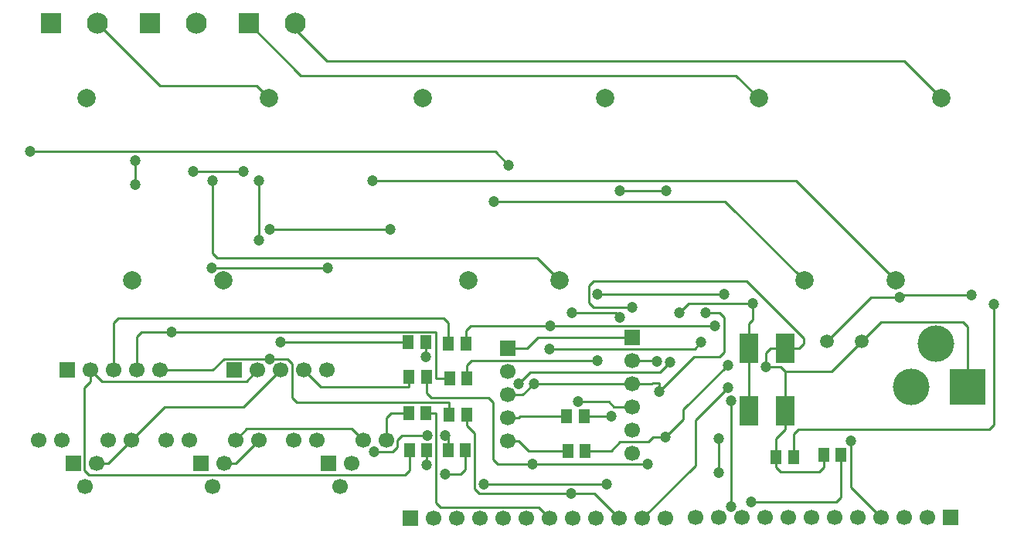
<source format=gtl>
G04 DipTrace 2.4.0.2*
%INTop.gtl*%
%MOIN*%
%ADD14C,0.01*%
%ADD15C,0.0787*%
%ADD16R,0.0906X0.0906*%
%ADD17C,0.0906*%
%ADD18R,0.0512X0.0591*%
%ADD19R,0.0669X0.0669*%
%ADD20C,0.0669*%
%ADD22C,0.0669*%
%ADD28C,0.1575*%
%ADD29R,0.1575X0.1575*%
%ADD30R,0.0787X0.126*%
%ADD31C,0.0591*%
%ADD33C,0.0472*%
%FSLAX44Y44*%
G04*
G70*
G90*
G75*
G01*
%LNTop*%
%LPD*%
X7259Y25988D2*
D14*
X9966Y23281D1*
X14113D1*
X14656Y22737D1*
X13774Y25968D2*
X16024Y23719D1*
X34800D1*
X35781Y22737D1*
X15774Y25968D2*
X15526D1*
X17148Y24346D1*
X42048D1*
X43656Y22737D1*
X13561Y19569D2*
X11383D1*
X13207Y7981D2*
X13692Y8465D1*
X18222D1*
X18707Y7981D1*
X19181Y7465D2*
X19992D1*
X20192Y7665D1*
Y7967D1*
X20392Y8167D1*
X21476D1*
X22249D2*
X22377Y8038D1*
Y7535D1*
X8884Y20051D2*
Y18997D1*
X7957Y11015D2*
Y13039D1*
X8157Y13239D1*
X22200D1*
X22400Y13039D1*
Y12142D1*
X14157Y11006D2*
X13672Y10521D1*
X7451D1*
X6957Y11015D1*
X14207Y16596D2*
Y19183D1*
X6957Y11015D2*
Y10521D1*
X6692Y10256D1*
Y6665D1*
X6892Y6465D1*
X20508D1*
X20708Y6665D1*
Y7530D1*
X4339Y20437D2*
X24418D1*
X24996Y19859D1*
X17176Y15418D2*
X12171D1*
X8957Y11015D2*
Y12452D1*
X9157Y12652D1*
X10442D1*
X21853D1*
Y10643D1*
X22440D1*
X24345Y18292D2*
X34332D1*
X37749Y14875D1*
X12207Y19183D2*
Y16046D1*
X12407Y15846D1*
X26215D1*
X27187Y14875D1*
X9957Y11015D2*
X12234D1*
X12710Y11490D1*
X14672D1*
Y17088D2*
X19871D1*
X14672Y11490D2*
X15441D1*
X15641Y11290D1*
Y9805D1*
X15841Y9605D1*
X22426D1*
Y9095D1*
X19122Y19183D2*
X37379D1*
X41687Y14875D1*
X44801Y10282D2*
Y12870D1*
X44601Y13070D1*
X41053D1*
X40220Y12237D1*
X30304Y12421D2*
X26257D1*
X25775Y11940D1*
X24949D1*
X38585Y7329D2*
Y6808D1*
X38385Y6608D1*
X36734D1*
X36534Y6808D1*
Y7253D1*
X22249Y6512D2*
X22925D1*
X23125Y6712D1*
Y7535D1*
X30304Y11421D2*
X31330D1*
X31374Y11377D1*
X36918Y11929D2*
X37508D1*
X37708Y12129D1*
Y12387D1*
X35245Y14851D1*
X28641D1*
X28441Y14651D1*
Y13897D1*
X28641Y13697D1*
X30304D1*
X36073Y11134D2*
Y11729D1*
X36273Y11929D1*
X36918D1*
X40220Y12237D2*
X38917Y10934D1*
X36918D1*
X36718Y11134D1*
X36073D1*
X36918Y9252D2*
Y10934D1*
X36534Y7253D2*
Y8047D1*
X36918Y8431D1*
Y9252D1*
X15157Y11006D2*
X13566Y9415D1*
X10141D1*
X8707Y7981D1*
X15157Y12207D2*
X20659D1*
X8707Y7981D2*
X7707Y6981D1*
X7207D1*
X31775Y18745D2*
X29773D1*
X14207Y7981D2*
X13207Y6981D1*
X12707D1*
X16157Y11006D2*
X16899Y10263D1*
X20699D1*
Y10708D1*
X19707Y7981D2*
Y8960D1*
X19907Y9160D1*
X20685D1*
X38720Y12237D2*
X40628Y14145D1*
X41835D1*
X33496Y13478D2*
X34069D1*
X34269Y13278D1*
Y11791D1*
X34069Y11591D1*
X32989D1*
X31473Y10076D1*
X21456Y6898D2*
Y7530D1*
X41835Y14145D2*
X41929Y14239D1*
X44935D1*
X26070Y10421D2*
X25589Y9940D1*
X24949D1*
X30304Y10421D2*
X26070D1*
X31473Y10076D2*
Y10429D1*
X31192D1*
X31185Y10421D1*
X30304D1*
X45924Y13852D2*
Y8639D1*
X45724Y8439D1*
X37482D1*
X37282Y8239D1*
Y7253D1*
X35343Y9252D2*
Y11929D1*
X23917Y6072D2*
X29214D1*
X35529Y13879D2*
X32737D1*
X32351Y13492D1*
X35343Y11929D2*
Y13000D1*
X35529Y13185D1*
Y13879D1*
X35449Y5307D2*
X39133D1*
X39333Y5507D1*
Y7329D1*
X29800Y13292D2*
X29614Y13478D1*
X27730D1*
X27970Y9636D2*
X29318D1*
X29533Y9421D1*
X30304D1*
X25434Y10425D2*
X25915Y10906D1*
X31514D1*
X31947Y11339D1*
X21407Y11576D2*
Y12207D1*
X30988Y6937D2*
X26006D1*
X24503D1*
X24303Y7137D1*
Y9605D1*
X24103Y9805D1*
X21647D1*
X21447Y10005D1*
Y10708D1*
X26756Y4601D2*
X26271Y5085D1*
X22062D1*
X21862Y5285D1*
Y9160D1*
X21433D1*
X26756Y11906D2*
X33003D1*
X33296Y12198D1*
X33883Y12906D2*
X26770D1*
X23348D1*
X23148Y12706D1*
Y12142D1*
X28827Y11425D2*
X23388D1*
X23188Y11225D1*
Y10643D1*
X28827Y14265D2*
X34278D1*
X29756Y4601D2*
X28671Y5685D1*
X27677D1*
X23731D1*
X23531Y5885D1*
Y8271D1*
X23174Y8628D1*
Y9095D1*
X28285Y7526D2*
X29410D1*
X29790Y7906D1*
X31015D1*
X31207Y8097D1*
X31756D1*
X32533Y8874D1*
Y9301D1*
X34437Y11205D1*
X30756Y4601D2*
X33043Y6888D1*
Y8857D1*
X34437Y10251D1*
X28235Y9005D2*
X29414D1*
X39739Y7960D2*
Y5960D1*
X41063Y4636D1*
X34578Y5121D2*
Y9679D1*
X34063Y6590D2*
Y8053D1*
X27487Y9005D2*
X25499D1*
X25434Y8940D1*
X24949D1*
X27537Y7526D2*
X25848D1*
X25434Y7940D1*
X24949D1*
D33*
X11383Y19569D3*
X13561D3*
X22249Y8167D3*
X21476D3*
X19181Y7465D3*
X8884Y18997D3*
Y20051D3*
X14207Y19183D3*
Y16596D3*
X24996Y19859D3*
X4339Y20437D3*
X12171Y15418D3*
X17176D3*
X10442Y12652D3*
X24345Y18292D3*
X12207Y19183D3*
X19871Y17088D3*
X14672D3*
Y11490D3*
X19122Y19183D3*
X22249Y6512D3*
X31374Y11377D3*
X30304Y13697D3*
X36073Y11134D3*
X15157Y12207D3*
X29773Y18745D3*
X31775D3*
X41835Y14145D3*
X31473Y10076D3*
X33496Y13478D3*
X44935Y14239D3*
X21456Y6898D3*
X26070Y10421D3*
X45924Y13852D3*
X32351Y13492D3*
X29214Y6072D3*
X23917D3*
X35529Y13879D3*
X35449Y5307D3*
X27730Y13478D3*
X29800Y13292D3*
X27970Y9636D3*
X31947Y11339D3*
X21407Y11576D3*
X25434Y10425D3*
X30988Y6937D3*
X26006D3*
X33296Y12198D3*
X26756Y11906D3*
X26770Y12906D3*
X33883D3*
X34278Y14265D3*
X28827D3*
Y11425D3*
X27677Y5685D3*
X34437Y11205D3*
X31756Y8097D3*
X34437Y10251D3*
X29414Y9005D3*
X39739Y7960D3*
X34578Y9679D3*
Y5121D3*
X34063Y8053D3*
Y6590D3*
D15*
X8749Y14875D3*
X12687D3*
X6781Y22737D3*
X14656D3*
X23249Y14875D3*
X27187D3*
X21281Y22737D3*
X29156D3*
X37749Y14875D3*
X41687D3*
X35781Y22737D3*
X43656D3*
D16*
X5259Y25988D3*
D17*
X7259D3*
D16*
X9516Y25967D3*
D17*
X11516D3*
D16*
X13774Y25968D3*
D17*
X15774D3*
D19*
X5957Y11015D3*
D20*
X6957D3*
X7957D3*
X8957D3*
X9957D3*
D19*
X13157Y11006D3*
D20*
X14157D3*
X15157D3*
X16157D3*
X17157D3*
D19*
X6207Y6981D3*
D20*
X7207D3*
D19*
X11707D3*
D20*
X12707D3*
D19*
X17207D3*
D20*
X18207D3*
D22*
X4707Y7981D3*
X5707D3*
X6707Y5981D3*
X7707Y7981D3*
X8707D3*
X10207D3*
X11207D3*
X12207Y5981D3*
X13207Y7981D3*
X14207D3*
X15707D3*
X16707D3*
X17707Y5981D3*
X18707Y7981D3*
X19707D3*
D28*
X43423Y12132D3*
X42360Y10282D3*
D29*
X44801D3*
D18*
X36534Y7253D3*
X37282D3*
D19*
X30304Y12421D3*
D20*
Y11421D3*
Y10421D3*
Y9421D3*
Y8421D3*
Y7421D3*
D30*
X36918Y9252D3*
Y11929D3*
X35343Y9252D3*
Y11929D3*
D31*
X38720Y12237D3*
X40220D3*
D18*
X38585Y7329D3*
X39333D3*
D19*
X20756Y4601D3*
D20*
X21756D3*
X22756D3*
X23756D3*
X24756D3*
X25756D3*
X26756D3*
X27756D3*
X28756D3*
X29756D3*
X30756D3*
X31756D3*
D19*
X44063Y4636D3*
D20*
X43063D3*
X42063D3*
X41063D3*
X40063D3*
X39063D3*
X38063D3*
X37063D3*
X36063D3*
X35063D3*
X34063D3*
X33063D3*
D18*
X20659Y12207D3*
X21407D3*
X20699Y10708D3*
X21447D3*
X20685Y9160D3*
X21433D3*
X22400Y12142D3*
X23148D3*
X22440Y10643D3*
X23188D3*
X22426Y9095D3*
X23174D3*
X22377Y7535D3*
X23125D3*
X20708Y7530D3*
X21456D3*
D19*
X24949Y11940D3*
D20*
Y10940D3*
Y9940D3*
Y8940D3*
Y7940D3*
D18*
X27487Y9005D3*
X28235D3*
X27537Y7526D3*
X28285D3*
M02*

</source>
